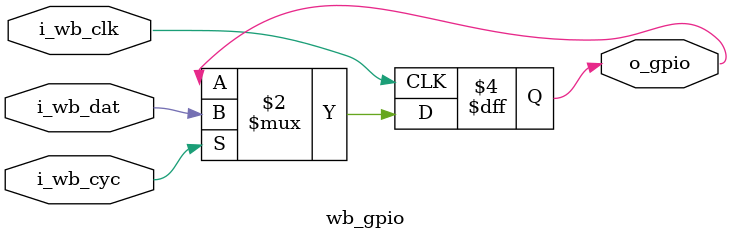
<source format=v>
module wb_gpio
  (
   input wire i_wb_clk,
   input wire i_wb_dat,
   input wire i_wb_cyc,
   output reg o_gpio);

   always @(posedge i_wb_clk)
     if (i_wb_cyc)
       o_gpio <= i_wb_dat;
endmodule

</source>
